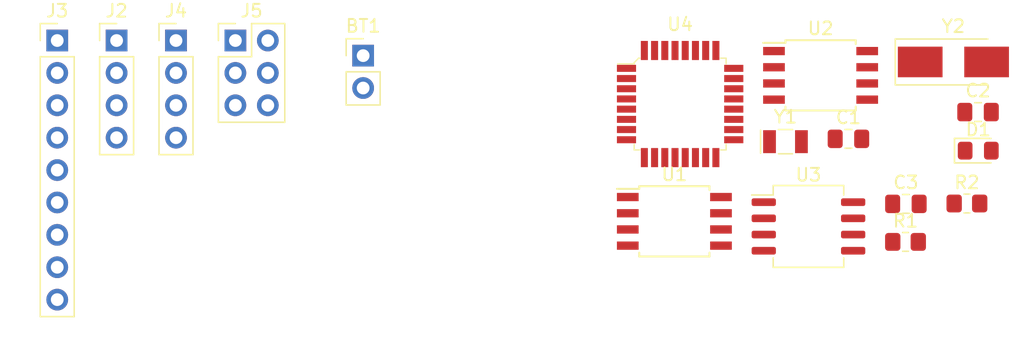
<source format=kicad_pcb>
(kicad_pcb (version 20171130) (host pcbnew "(5.1.10-1-10_14)")

  (general
    (thickness 1.6)
    (drawings 0)
    (tracks 0)
    (zones 0)
    (modules 17)
    (nets 32)
  )

  (page A4)
  (title_block
    (title BACEE)
    (date 2021-11-29)
  )

  (layers
    (0 F.Cu signal)
    (31 B.Cu signal)
    (32 B.Adhes user)
    (33 F.Adhes user)
    (34 B.Paste user)
    (35 F.Paste user)
    (36 B.SilkS user)
    (37 F.SilkS user)
    (38 B.Mask user)
    (39 F.Mask user)
    (40 Dwgs.User user)
    (41 Cmts.User user)
    (42 Eco1.User user)
    (43 Eco2.User user)
    (44 Edge.Cuts user)
    (45 Margin user)
    (46 B.CrtYd user)
    (47 F.CrtYd user)
    (48 B.Fab user)
    (49 F.Fab user)
  )

  (setup
    (last_trace_width 0.25)
    (trace_clearance 0.2)
    (zone_clearance 0.508)
    (zone_45_only no)
    (trace_min 0.2)
    (via_size 0.8)
    (via_drill 0.4)
    (via_min_size 0.4)
    (via_min_drill 0.3)
    (uvia_size 0.3)
    (uvia_drill 0.1)
    (uvias_allowed no)
    (uvia_min_size 0.2)
    (uvia_min_drill 0.1)
    (edge_width 0.05)
    (segment_width 0.2)
    (pcb_text_width 0.3)
    (pcb_text_size 1.5 1.5)
    (mod_edge_width 0.12)
    (mod_text_size 1 1)
    (mod_text_width 0.15)
    (pad_size 1.524 1.524)
    (pad_drill 0.762)
    (pad_to_mask_clearance 0)
    (aux_axis_origin 0 0)
    (visible_elements FFFFFF7F)
    (pcbplotparams
      (layerselection 0x010fc_ffffffff)
      (usegerberextensions false)
      (usegerberattributes true)
      (usegerberadvancedattributes true)
      (creategerberjobfile true)
      (excludeedgelayer true)
      (linewidth 0.100000)
      (plotframeref false)
      (viasonmask false)
      (mode 1)
      (useauxorigin false)
      (hpglpennumber 1)
      (hpglpenspeed 20)
      (hpglpendiameter 15.000000)
      (psnegative false)
      (psa4output false)
      (plotreference true)
      (plotvalue true)
      (plotinvisibletext false)
      (padsonsilk false)
      (subtractmaskfromsilk false)
      (outputformat 1)
      (mirror false)
      (drillshape 1)
      (scaleselection 1)
      (outputdirectory ""))
  )

  (net 0 "")
  (net 1 /Vcc)
  (net 2 GNDPWR)
  (net 3 "Net-(C1-Pad1)")
  (net 4 "Net-(C2-Pad1)")
  (net 5 "Net-(D1-Pad1)")
  (net 6 /SCK)
  (net 7 /SDA)
  (net 8 /D2)
  (net 9 /D3)
  (net 10 /D4)
  (net 11 /D5)
  (net 12 /D6)
  (net 13 /D7)
  (net 14 /D8)
  (net 15 /RX)
  (net 16 /TX)
  (net 17 /MISO)
  (net 18 /MOSI)
  (net 19 /RESET)
  (net 20 /SCL)
  (net 21 "Net-(U3-Pad1)")
  (net 22 "Net-(U3-Pad2)")
  (net 23 "Net-(U3-Pad7)")
  (net 24 "Net-(U4-Pad13)")
  (net 25 "Net-(U4-Pad14)")
  (net 26 "Net-(U4-Pad19)")
  (net 27 "Net-(U4-Pad22)")
  (net 28 /ADDS1)
  (net 29 /ADDS2)
  (net 30 "Net-(U4-Pad25)")
  (net 31 "Net-(U4-Pad26)")

  (net_class Default "This is the default net class."
    (clearance 0.2)
    (trace_width 0.25)
    (via_dia 0.8)
    (via_drill 0.4)
    (uvia_dia 0.3)
    (uvia_drill 0.1)
    (add_net /ADDS1)
    (add_net /ADDS2)
    (add_net /D2)
    (add_net /D3)
    (add_net /D4)
    (add_net /D5)
    (add_net /D6)
    (add_net /D7)
    (add_net /D8)
    (add_net /MISO)
    (add_net /MOSI)
    (add_net /RESET)
    (add_net /RX)
    (add_net /SCK)
    (add_net /SCL)
    (add_net /SDA)
    (add_net /TX)
    (add_net "Net-(C1-Pad1)")
    (add_net "Net-(C2-Pad1)")
    (add_net "Net-(D1-Pad1)")
    (add_net "Net-(U3-Pad1)")
    (add_net "Net-(U3-Pad2)")
    (add_net "Net-(U3-Pad7)")
    (add_net "Net-(U4-Pad13)")
    (add_net "Net-(U4-Pad14)")
    (add_net "Net-(U4-Pad19)")
    (add_net "Net-(U4-Pad22)")
    (add_net "Net-(U4-Pad25)")
    (add_net "Net-(U4-Pad26)")
  )

  (net_class Power ""
    (clearance 0.2)
    (trace_width 0.3)
    (via_dia 1)
    (via_drill 0.6)
    (uvia_dia 0.3)
    (uvia_drill 0.1)
    (add_net /Vcc)
    (add_net GNDPWR)
  )

  (module Connector_PinHeader_2.54mm:PinHeader_1x02_P2.54mm_Vertical (layer F.Cu) (tedit 59FED5CC) (tstamp 61A5758F)
    (at 155.6131 50.4952)
    (descr "Through hole straight pin header, 1x02, 2.54mm pitch, single row")
    (tags "Through hole pin header THT 1x02 2.54mm single row")
    (path /61A18C0A)
    (fp_text reference BT1 (at 0 -2.33) (layer F.SilkS)
      (effects (font (size 1 1) (thickness 0.15)))
    )
    (fp_text value "Battery 3V" (at 0 4.87) (layer F.Fab)
      (effects (font (size 1 1) (thickness 0.15)))
    )
    (fp_line (start 1.8 -1.8) (end -1.8 -1.8) (layer F.CrtYd) (width 0.05))
    (fp_line (start 1.8 4.35) (end 1.8 -1.8) (layer F.CrtYd) (width 0.05))
    (fp_line (start -1.8 4.35) (end 1.8 4.35) (layer F.CrtYd) (width 0.05))
    (fp_line (start -1.8 -1.8) (end -1.8 4.35) (layer F.CrtYd) (width 0.05))
    (fp_line (start -1.33 -1.33) (end 0 -1.33) (layer F.SilkS) (width 0.12))
    (fp_line (start -1.33 0) (end -1.33 -1.33) (layer F.SilkS) (width 0.12))
    (fp_line (start -1.33 1.27) (end 1.33 1.27) (layer F.SilkS) (width 0.12))
    (fp_line (start 1.33 1.27) (end 1.33 3.87) (layer F.SilkS) (width 0.12))
    (fp_line (start -1.33 1.27) (end -1.33 3.87) (layer F.SilkS) (width 0.12))
    (fp_line (start -1.33 3.87) (end 1.33 3.87) (layer F.SilkS) (width 0.12))
    (fp_line (start -1.27 -0.635) (end -0.635 -1.27) (layer F.Fab) (width 0.1))
    (fp_line (start -1.27 3.81) (end -1.27 -0.635) (layer F.Fab) (width 0.1))
    (fp_line (start 1.27 3.81) (end -1.27 3.81) (layer F.Fab) (width 0.1))
    (fp_line (start 1.27 -1.27) (end 1.27 3.81) (layer F.Fab) (width 0.1))
    (fp_line (start -0.635 -1.27) (end 1.27 -1.27) (layer F.Fab) (width 0.1))
    (fp_text user %R (at 0 1.27 90) (layer F.Fab)
      (effects (font (size 1 1) (thickness 0.15)))
    )
    (pad 1 thru_hole rect (at 0 0) (size 1.7 1.7) (drill 1) (layers *.Cu *.Mask)
      (net 1 /Vcc))
    (pad 2 thru_hole oval (at 0 2.54) (size 1.7 1.7) (drill 1) (layers *.Cu *.Mask)
      (net 2 GNDPWR))
    (model ${KISYS3DMOD}/Connector_PinHeader_2.54mm.3dshapes/PinHeader_1x02_P2.54mm_Vertical.wrl
      (at (xyz 0 0 0))
      (scale (xyz 1 1 1))
      (rotate (xyz 0 0 0))
    )
  )

  (module Capacitor_SMD:C_0805_2012Metric_Pad1.18x1.45mm_HandSolder (layer F.Cu) (tedit 5F68FEEF) (tstamp 61A575A0)
    (at 193.614201 57.021401)
    (descr "Capacitor SMD 0805 (2012 Metric), square (rectangular) end terminal, IPC_7351 nominal with elongated pad for handsoldering. (Body size source: IPC-SM-782 page 76, https://www.pcb-3d.com/wordpress/wp-content/uploads/ipc-sm-782a_amendment_1_and_2.pdf, https://docs.google.com/spreadsheets/d/1BsfQQcO9C6DZCsRaXUlFlo91Tg2WpOkGARC1WS5S8t0/edit?usp=sharing), generated with kicad-footprint-generator")
    (tags "capacitor handsolder")
    (path /61A19A4D)
    (attr smd)
    (fp_text reference C1 (at 0 -1.68) (layer F.SilkS)
      (effects (font (size 1 1) (thickness 0.15)))
    )
    (fp_text value 22pF (at 0 1.68) (layer F.Fab)
      (effects (font (size 1 1) (thickness 0.15)))
    )
    (fp_line (start 1.88 0.98) (end -1.88 0.98) (layer F.CrtYd) (width 0.05))
    (fp_line (start 1.88 -0.98) (end 1.88 0.98) (layer F.CrtYd) (width 0.05))
    (fp_line (start -1.88 -0.98) (end 1.88 -0.98) (layer F.CrtYd) (width 0.05))
    (fp_line (start -1.88 0.98) (end -1.88 -0.98) (layer F.CrtYd) (width 0.05))
    (fp_line (start -0.261252 0.735) (end 0.261252 0.735) (layer F.SilkS) (width 0.12))
    (fp_line (start -0.261252 -0.735) (end 0.261252 -0.735) (layer F.SilkS) (width 0.12))
    (fp_line (start 1 0.625) (end -1 0.625) (layer F.Fab) (width 0.1))
    (fp_line (start 1 -0.625) (end 1 0.625) (layer F.Fab) (width 0.1))
    (fp_line (start -1 -0.625) (end 1 -0.625) (layer F.Fab) (width 0.1))
    (fp_line (start -1 0.625) (end -1 -0.625) (layer F.Fab) (width 0.1))
    (fp_text user %R (at 0 0) (layer F.Fab)
      (effects (font (size 0.5 0.5) (thickness 0.08)))
    )
    (pad 1 smd roundrect (at -1.0375 0) (size 1.175 1.45) (layers F.Cu F.Paste F.Mask) (roundrect_rratio 0.212766)
      (net 3 "Net-(C1-Pad1)"))
    (pad 2 smd roundrect (at 1.0375 0) (size 1.175 1.45) (layers F.Cu F.Paste F.Mask) (roundrect_rratio 0.212766)
      (net 2 GNDPWR))
    (model ${KISYS3DMOD}/Capacitor_SMD.3dshapes/C_0805_2012Metric.wrl
      (at (xyz 0 0 0))
      (scale (xyz 1 1 1))
      (rotate (xyz 0 0 0))
    )
  )

  (module Capacitor_SMD:C_0805_2012Metric_Pad1.18x1.45mm_HandSolder (layer F.Cu) (tedit 5F68FEEF) (tstamp 61A575B1)
    (at 203.764201 54.921401)
    (descr "Capacitor SMD 0805 (2012 Metric), square (rectangular) end terminal, IPC_7351 nominal with elongated pad for handsoldering. (Body size source: IPC-SM-782 page 76, https://www.pcb-3d.com/wordpress/wp-content/uploads/ipc-sm-782a_amendment_1_and_2.pdf, https://docs.google.com/spreadsheets/d/1BsfQQcO9C6DZCsRaXUlFlo91Tg2WpOkGARC1WS5S8t0/edit?usp=sharing), generated with kicad-footprint-generator")
    (tags "capacitor handsolder")
    (path /61A1A1BD)
    (attr smd)
    (fp_text reference C2 (at 0 -1.68) (layer F.SilkS)
      (effects (font (size 1 1) (thickness 0.15)))
    )
    (fp_text value 22pF (at 0 1.68) (layer F.Fab)
      (effects (font (size 1 1) (thickness 0.15)))
    )
    (fp_text user %R (at 0 0) (layer F.Fab)
      (effects (font (size 0.5 0.5) (thickness 0.08)))
    )
    (fp_line (start -1 0.625) (end -1 -0.625) (layer F.Fab) (width 0.1))
    (fp_line (start -1 -0.625) (end 1 -0.625) (layer F.Fab) (width 0.1))
    (fp_line (start 1 -0.625) (end 1 0.625) (layer F.Fab) (width 0.1))
    (fp_line (start 1 0.625) (end -1 0.625) (layer F.Fab) (width 0.1))
    (fp_line (start -0.261252 -0.735) (end 0.261252 -0.735) (layer F.SilkS) (width 0.12))
    (fp_line (start -0.261252 0.735) (end 0.261252 0.735) (layer F.SilkS) (width 0.12))
    (fp_line (start -1.88 0.98) (end -1.88 -0.98) (layer F.CrtYd) (width 0.05))
    (fp_line (start -1.88 -0.98) (end 1.88 -0.98) (layer F.CrtYd) (width 0.05))
    (fp_line (start 1.88 -0.98) (end 1.88 0.98) (layer F.CrtYd) (width 0.05))
    (fp_line (start 1.88 0.98) (end -1.88 0.98) (layer F.CrtYd) (width 0.05))
    (pad 2 smd roundrect (at 1.0375 0) (size 1.175 1.45) (layers F.Cu F.Paste F.Mask) (roundrect_rratio 0.212766)
      (net 2 GNDPWR))
    (pad 1 smd roundrect (at -1.0375 0) (size 1.175 1.45) (layers F.Cu F.Paste F.Mask) (roundrect_rratio 0.212766)
      (net 4 "Net-(C2-Pad1)"))
    (model ${KISYS3DMOD}/Capacitor_SMD.3dshapes/C_0805_2012Metric.wrl
      (at (xyz 0 0 0))
      (scale (xyz 1 1 1))
      (rotate (xyz 0 0 0))
    )
  )

  (module Capacitor_SMD:C_0805_2012Metric_Pad1.18x1.45mm_HandSolder (layer F.Cu) (tedit 5F68FEEF) (tstamp 61A575C2)
    (at 198.114201 62.121401)
    (descr "Capacitor SMD 0805 (2012 Metric), square (rectangular) end terminal, IPC_7351 nominal with elongated pad for handsoldering. (Body size source: IPC-SM-782 page 76, https://www.pcb-3d.com/wordpress/wp-content/uploads/ipc-sm-782a_amendment_1_and_2.pdf, https://docs.google.com/spreadsheets/d/1BsfQQcO9C6DZCsRaXUlFlo91Tg2WpOkGARC1WS5S8t0/edit?usp=sharing), generated with kicad-footprint-generator")
    (tags "capacitor handsolder")
    (path /61A1ACBD)
    (attr smd)
    (fp_text reference C3 (at 0 -1.68) (layer F.SilkS)
      (effects (font (size 1 1) (thickness 0.15)))
    )
    (fp_text value 10uF (at 0 1.68) (layer F.Fab)
      (effects (font (size 1 1) (thickness 0.15)))
    )
    (fp_line (start 1.88 0.98) (end -1.88 0.98) (layer F.CrtYd) (width 0.05))
    (fp_line (start 1.88 -0.98) (end 1.88 0.98) (layer F.CrtYd) (width 0.05))
    (fp_line (start -1.88 -0.98) (end 1.88 -0.98) (layer F.CrtYd) (width 0.05))
    (fp_line (start -1.88 0.98) (end -1.88 -0.98) (layer F.CrtYd) (width 0.05))
    (fp_line (start -0.261252 0.735) (end 0.261252 0.735) (layer F.SilkS) (width 0.12))
    (fp_line (start -0.261252 -0.735) (end 0.261252 -0.735) (layer F.SilkS) (width 0.12))
    (fp_line (start 1 0.625) (end -1 0.625) (layer F.Fab) (width 0.1))
    (fp_line (start 1 -0.625) (end 1 0.625) (layer F.Fab) (width 0.1))
    (fp_line (start -1 -0.625) (end 1 -0.625) (layer F.Fab) (width 0.1))
    (fp_line (start -1 0.625) (end -1 -0.625) (layer F.Fab) (width 0.1))
    (fp_text user %R (at 0 0) (layer F.Fab)
      (effects (font (size 0.5 0.5) (thickness 0.08)))
    )
    (pad 1 smd roundrect (at -1.0375 0) (size 1.175 1.45) (layers F.Cu F.Paste F.Mask) (roundrect_rratio 0.212766)
      (net 1 /Vcc))
    (pad 2 smd roundrect (at 1.0375 0) (size 1.175 1.45) (layers F.Cu F.Paste F.Mask) (roundrect_rratio 0.212766)
      (net 2 GNDPWR))
    (model ${KISYS3DMOD}/Capacitor_SMD.3dshapes/C_0805_2012Metric.wrl
      (at (xyz 0 0 0))
      (scale (xyz 1 1 1))
      (rotate (xyz 0 0 0))
    )
  )

  (module LED_SMD:LED_0805_2012Metric_Pad1.15x1.40mm_HandSolder (layer F.Cu) (tedit 5F68FEF1) (tstamp 61A575D5)
    (at 203.779201 57.946401)
    (descr "LED SMD 0805 (2012 Metric), square (rectangular) end terminal, IPC_7351 nominal, (Body size source: https://docs.google.com/spreadsheets/d/1BsfQQcO9C6DZCsRaXUlFlo91Tg2WpOkGARC1WS5S8t0/edit?usp=sharing), generated with kicad-footprint-generator")
    (tags "LED handsolder")
    (path /61A1B764)
    (attr smd)
    (fp_text reference D1 (at 0 -1.65) (layer F.SilkS)
      (effects (font (size 1 1) (thickness 0.15)))
    )
    (fp_text value LED (at 0 1.65) (layer F.Fab)
      (effects (font (size 1 1) (thickness 0.15)))
    )
    (fp_line (start 1.85 0.95) (end -1.85 0.95) (layer F.CrtYd) (width 0.05))
    (fp_line (start 1.85 -0.95) (end 1.85 0.95) (layer F.CrtYd) (width 0.05))
    (fp_line (start -1.85 -0.95) (end 1.85 -0.95) (layer F.CrtYd) (width 0.05))
    (fp_line (start -1.85 0.95) (end -1.85 -0.95) (layer F.CrtYd) (width 0.05))
    (fp_line (start -1.86 0.96) (end 1 0.96) (layer F.SilkS) (width 0.12))
    (fp_line (start -1.86 -0.96) (end -1.86 0.96) (layer F.SilkS) (width 0.12))
    (fp_line (start 1 -0.96) (end -1.86 -0.96) (layer F.SilkS) (width 0.12))
    (fp_line (start 1 0.6) (end 1 -0.6) (layer F.Fab) (width 0.1))
    (fp_line (start -1 0.6) (end 1 0.6) (layer F.Fab) (width 0.1))
    (fp_line (start -1 -0.3) (end -1 0.6) (layer F.Fab) (width 0.1))
    (fp_line (start -0.7 -0.6) (end -1 -0.3) (layer F.Fab) (width 0.1))
    (fp_line (start 1 -0.6) (end -0.7 -0.6) (layer F.Fab) (width 0.1))
    (fp_text user %R (at 0 0) (layer F.Fab)
      (effects (font (size 0.5 0.5) (thickness 0.08)))
    )
    (pad 1 smd roundrect (at -1.025 0) (size 1.15 1.4) (layers F.Cu F.Paste F.Mask) (roundrect_rratio 0.217391)
      (net 5 "Net-(D1-Pad1)"))
    (pad 2 smd roundrect (at 1.025 0) (size 1.15 1.4) (layers F.Cu F.Paste F.Mask) (roundrect_rratio 0.217391)
      (net 6 /SCK))
    (model ${KISYS3DMOD}/LED_SMD.3dshapes/LED_0805_2012Metric.wrl
      (at (xyz 0 0 0))
      (scale (xyz 1 1 1))
      (rotate (xyz 0 0 0))
    )
  )

  (module Connector_PinHeader_2.54mm:PinHeader_1x04_P2.54mm_Vertical (layer F.Cu) (tedit 59FED5CC) (tstamp 61A575ED)
    (at 136.307101 49.310301)
    (descr "Through hole straight pin header, 1x04, 2.54mm pitch, single row")
    (tags "Through hole pin header THT 1x04 2.54mm single row")
    (path /61A1FED7/61A23FFF)
    (fp_text reference J2 (at 0 -2.33) (layer F.SilkS)
      (effects (font (size 1 1) (thickness 0.15)))
    )
    (fp_text value I2C (at 0 9.95) (layer F.Fab)
      (effects (font (size 1 1) (thickness 0.15)))
    )
    (fp_text user %R (at 0 3.81 90) (layer F.Fab)
      (effects (font (size 1 1) (thickness 0.15)))
    )
    (fp_line (start -0.635 -1.27) (end 1.27 -1.27) (layer F.Fab) (width 0.1))
    (fp_line (start 1.27 -1.27) (end 1.27 8.89) (layer F.Fab) (width 0.1))
    (fp_line (start 1.27 8.89) (end -1.27 8.89) (layer F.Fab) (width 0.1))
    (fp_line (start -1.27 8.89) (end -1.27 -0.635) (layer F.Fab) (width 0.1))
    (fp_line (start -1.27 -0.635) (end -0.635 -1.27) (layer F.Fab) (width 0.1))
    (fp_line (start -1.33 8.95) (end 1.33 8.95) (layer F.SilkS) (width 0.12))
    (fp_line (start -1.33 1.27) (end -1.33 8.95) (layer F.SilkS) (width 0.12))
    (fp_line (start 1.33 1.27) (end 1.33 8.95) (layer F.SilkS) (width 0.12))
    (fp_line (start -1.33 1.27) (end 1.33 1.27) (layer F.SilkS) (width 0.12))
    (fp_line (start -1.33 0) (end -1.33 -1.33) (layer F.SilkS) (width 0.12))
    (fp_line (start -1.33 -1.33) (end 0 -1.33) (layer F.SilkS) (width 0.12))
    (fp_line (start -1.8 -1.8) (end -1.8 9.4) (layer F.CrtYd) (width 0.05))
    (fp_line (start -1.8 9.4) (end 1.8 9.4) (layer F.CrtYd) (width 0.05))
    (fp_line (start 1.8 9.4) (end 1.8 -1.8) (layer F.CrtYd) (width 0.05))
    (fp_line (start 1.8 -1.8) (end -1.8 -1.8) (layer F.CrtYd) (width 0.05))
    (pad 4 thru_hole oval (at 0 7.62) (size 1.7 1.7) (drill 1) (layers *.Cu *.Mask)
      (net 6 /SCK))
    (pad 3 thru_hole oval (at 0 5.08) (size 1.7 1.7) (drill 1) (layers *.Cu *.Mask)
      (net 7 /SDA))
    (pad 2 thru_hole oval (at 0 2.54) (size 1.7 1.7) (drill 1) (layers *.Cu *.Mask)
      (net 1 /Vcc))
    (pad 1 thru_hole rect (at 0 0) (size 1.7 1.7) (drill 1) (layers *.Cu *.Mask)
      (net 2 GNDPWR))
    (model ${KISYS3DMOD}/Connector_PinHeader_2.54mm.3dshapes/PinHeader_1x04_P2.54mm_Vertical.wrl
      (at (xyz 0 0 0))
      (scale (xyz 1 1 1))
      (rotate (xyz 0 0 0))
    )
  )

  (module Connector_PinHeader_2.54mm:PinHeader_1x09_P2.54mm_Vertical (layer F.Cu) (tedit 59FED5CC) (tstamp 61A5760A)
    (at 131.657101 49.310301)
    (descr "Through hole straight pin header, 1x09, 2.54mm pitch, single row")
    (tags "Through hole pin header THT 1x09 2.54mm single row")
    (path /61A1FED7/61A22078)
    (fp_text reference J3 (at 0 -2.33) (layer F.SilkS)
      (effects (font (size 1 1) (thickness 0.15)))
    )
    (fp_text value "Digital pins" (at 0 22.65) (layer F.Fab)
      (effects (font (size 1 1) (thickness 0.15)))
    )
    (fp_line (start 1.8 -1.8) (end -1.8 -1.8) (layer F.CrtYd) (width 0.05))
    (fp_line (start 1.8 22.1) (end 1.8 -1.8) (layer F.CrtYd) (width 0.05))
    (fp_line (start -1.8 22.1) (end 1.8 22.1) (layer F.CrtYd) (width 0.05))
    (fp_line (start -1.8 -1.8) (end -1.8 22.1) (layer F.CrtYd) (width 0.05))
    (fp_line (start -1.33 -1.33) (end 0 -1.33) (layer F.SilkS) (width 0.12))
    (fp_line (start -1.33 0) (end -1.33 -1.33) (layer F.SilkS) (width 0.12))
    (fp_line (start -1.33 1.27) (end 1.33 1.27) (layer F.SilkS) (width 0.12))
    (fp_line (start 1.33 1.27) (end 1.33 21.65) (layer F.SilkS) (width 0.12))
    (fp_line (start -1.33 1.27) (end -1.33 21.65) (layer F.SilkS) (width 0.12))
    (fp_line (start -1.33 21.65) (end 1.33 21.65) (layer F.SilkS) (width 0.12))
    (fp_line (start -1.27 -0.635) (end -0.635 -1.27) (layer F.Fab) (width 0.1))
    (fp_line (start -1.27 21.59) (end -1.27 -0.635) (layer F.Fab) (width 0.1))
    (fp_line (start 1.27 21.59) (end -1.27 21.59) (layer F.Fab) (width 0.1))
    (fp_line (start 1.27 -1.27) (end 1.27 21.59) (layer F.Fab) (width 0.1))
    (fp_line (start -0.635 -1.27) (end 1.27 -1.27) (layer F.Fab) (width 0.1))
    (fp_text user %R (at 0 10.16 90) (layer F.Fab)
      (effects (font (size 1 1) (thickness 0.15)))
    )
    (pad 1 thru_hole rect (at 0 0) (size 1.7 1.7) (drill 1) (layers *.Cu *.Mask)
      (net 8 /D2))
    (pad 2 thru_hole oval (at 0 2.54) (size 1.7 1.7) (drill 1) (layers *.Cu *.Mask)
      (net 9 /D3))
    (pad 3 thru_hole oval (at 0 5.08) (size 1.7 1.7) (drill 1) (layers *.Cu *.Mask)
      (net 10 /D4))
    (pad 4 thru_hole oval (at 0 7.62) (size 1.7 1.7) (drill 1) (layers *.Cu *.Mask)
      (net 11 /D5))
    (pad 5 thru_hole oval (at 0 10.16) (size 1.7 1.7) (drill 1) (layers *.Cu *.Mask)
      (net 12 /D6))
    (pad 6 thru_hole oval (at 0 12.7) (size 1.7 1.7) (drill 1) (layers *.Cu *.Mask)
      (net 13 /D7))
    (pad 7 thru_hole oval (at 0 15.24) (size 1.7 1.7) (drill 1) (layers *.Cu *.Mask)
      (net 14 /D8))
    (pad 8 thru_hole oval (at 0 17.78) (size 1.7 1.7) (drill 1) (layers *.Cu *.Mask)
      (net 2 GNDPWR))
    (pad 9 thru_hole oval (at 0 20.32) (size 1.7 1.7) (drill 1) (layers *.Cu *.Mask)
      (net 1 /Vcc))
    (model ${KISYS3DMOD}/Connector_PinHeader_2.54mm.3dshapes/PinHeader_1x09_P2.54mm_Vertical.wrl
      (at (xyz 0 0 0))
      (scale (xyz 1 1 1))
      (rotate (xyz 0 0 0))
    )
  )

  (module Connector_PinHeader_2.54mm:PinHeader_1x04_P2.54mm_Vertical (layer F.Cu) (tedit 59FED5CC) (tstamp 61A57622)
    (at 140.957101 49.310301)
    (descr "Through hole straight pin header, 1x04, 2.54mm pitch, single row")
    (tags "Through hole pin header THT 1x04 2.54mm single row")
    (path /61A1FED7/61A23633)
    (fp_text reference J4 (at 0 -2.33) (layer F.SilkS)
      (effects (font (size 1 1) (thickness 0.15)))
    )
    (fp_text value Serial (at 0 9.95) (layer F.Fab)
      (effects (font (size 1 1) (thickness 0.15)))
    )
    (fp_line (start 1.8 -1.8) (end -1.8 -1.8) (layer F.CrtYd) (width 0.05))
    (fp_line (start 1.8 9.4) (end 1.8 -1.8) (layer F.CrtYd) (width 0.05))
    (fp_line (start -1.8 9.4) (end 1.8 9.4) (layer F.CrtYd) (width 0.05))
    (fp_line (start -1.8 -1.8) (end -1.8 9.4) (layer F.CrtYd) (width 0.05))
    (fp_line (start -1.33 -1.33) (end 0 -1.33) (layer F.SilkS) (width 0.12))
    (fp_line (start -1.33 0) (end -1.33 -1.33) (layer F.SilkS) (width 0.12))
    (fp_line (start -1.33 1.27) (end 1.33 1.27) (layer F.SilkS) (width 0.12))
    (fp_line (start 1.33 1.27) (end 1.33 8.95) (layer F.SilkS) (width 0.12))
    (fp_line (start -1.33 1.27) (end -1.33 8.95) (layer F.SilkS) (width 0.12))
    (fp_line (start -1.33 8.95) (end 1.33 8.95) (layer F.SilkS) (width 0.12))
    (fp_line (start -1.27 -0.635) (end -0.635 -1.27) (layer F.Fab) (width 0.1))
    (fp_line (start -1.27 8.89) (end -1.27 -0.635) (layer F.Fab) (width 0.1))
    (fp_line (start 1.27 8.89) (end -1.27 8.89) (layer F.Fab) (width 0.1))
    (fp_line (start 1.27 -1.27) (end 1.27 8.89) (layer F.Fab) (width 0.1))
    (fp_line (start -0.635 -1.27) (end 1.27 -1.27) (layer F.Fab) (width 0.1))
    (fp_text user %R (at 0 3.81 90) (layer F.Fab)
      (effects (font (size 1 1) (thickness 0.15)))
    )
    (pad 1 thru_hole rect (at 0 0) (size 1.7 1.7) (drill 1) (layers *.Cu *.Mask)
      (net 2 GNDPWR))
    (pad 2 thru_hole oval (at 0 2.54) (size 1.7 1.7) (drill 1) (layers *.Cu *.Mask)
      (net 1 /Vcc))
    (pad 3 thru_hole oval (at 0 5.08) (size 1.7 1.7) (drill 1) (layers *.Cu *.Mask)
      (net 15 /RX))
    (pad 4 thru_hole oval (at 0 7.62) (size 1.7 1.7) (drill 1) (layers *.Cu *.Mask)
      (net 16 /TX))
    (model ${KISYS3DMOD}/Connector_PinHeader_2.54mm.3dshapes/PinHeader_1x04_P2.54mm_Vertical.wrl
      (at (xyz 0 0 0))
      (scale (xyz 1 1 1))
      (rotate (xyz 0 0 0))
    )
  )

  (module Connector_PinHeader_2.54mm:PinHeader_2x03_P2.54mm_Vertical (layer F.Cu) (tedit 59FED5CC) (tstamp 61A5763E)
    (at 145.607101 49.310301)
    (descr "Through hole straight pin header, 2x03, 2.54mm pitch, double rows")
    (tags "Through hole pin header THT 2x03 2.54mm double row")
    (path /61A1FED7/61A24AF0)
    (fp_text reference J5 (at 1.27 -2.33) (layer F.SilkS)
      (effects (font (size 1 1) (thickness 0.15)))
    )
    (fp_text value ICSP (at 1.27 7.41) (layer F.Fab)
      (effects (font (size 1 1) (thickness 0.15)))
    )
    (fp_line (start 4.35 -1.8) (end -1.8 -1.8) (layer F.CrtYd) (width 0.05))
    (fp_line (start 4.35 6.85) (end 4.35 -1.8) (layer F.CrtYd) (width 0.05))
    (fp_line (start -1.8 6.85) (end 4.35 6.85) (layer F.CrtYd) (width 0.05))
    (fp_line (start -1.8 -1.8) (end -1.8 6.85) (layer F.CrtYd) (width 0.05))
    (fp_line (start -1.33 -1.33) (end 0 -1.33) (layer F.SilkS) (width 0.12))
    (fp_line (start -1.33 0) (end -1.33 -1.33) (layer F.SilkS) (width 0.12))
    (fp_line (start 1.27 -1.33) (end 3.87 -1.33) (layer F.SilkS) (width 0.12))
    (fp_line (start 1.27 1.27) (end 1.27 -1.33) (layer F.SilkS) (width 0.12))
    (fp_line (start -1.33 1.27) (end 1.27 1.27) (layer F.SilkS) (width 0.12))
    (fp_line (start 3.87 -1.33) (end 3.87 6.41) (layer F.SilkS) (width 0.12))
    (fp_line (start -1.33 1.27) (end -1.33 6.41) (layer F.SilkS) (width 0.12))
    (fp_line (start -1.33 6.41) (end 3.87 6.41) (layer F.SilkS) (width 0.12))
    (fp_line (start -1.27 0) (end 0 -1.27) (layer F.Fab) (width 0.1))
    (fp_line (start -1.27 6.35) (end -1.27 0) (layer F.Fab) (width 0.1))
    (fp_line (start 3.81 6.35) (end -1.27 6.35) (layer F.Fab) (width 0.1))
    (fp_line (start 3.81 -1.27) (end 3.81 6.35) (layer F.Fab) (width 0.1))
    (fp_line (start 0 -1.27) (end 3.81 -1.27) (layer F.Fab) (width 0.1))
    (fp_text user %R (at 1.27 2.54 90) (layer F.Fab)
      (effects (font (size 1 1) (thickness 0.15)))
    )
    (pad 1 thru_hole rect (at 0 0) (size 1.7 1.7) (drill 1) (layers *.Cu *.Mask)
      (net 17 /MISO))
    (pad 2 thru_hole oval (at 2.54 0) (size 1.7 1.7) (drill 1) (layers *.Cu *.Mask)
      (net 1 /Vcc))
    (pad 3 thru_hole oval (at 0 2.54) (size 1.7 1.7) (drill 1) (layers *.Cu *.Mask)
      (net 6 /SCK))
    (pad 4 thru_hole oval (at 2.54 2.54) (size 1.7 1.7) (drill 1) (layers *.Cu *.Mask)
      (net 18 /MOSI))
    (pad 5 thru_hole oval (at 0 5.08) (size 1.7 1.7) (drill 1) (layers *.Cu *.Mask)
      (net 19 /RESET))
    (pad 6 thru_hole oval (at 2.54 5.08) (size 1.7 1.7) (drill 1) (layers *.Cu *.Mask)
      (net 2 GNDPWR))
    (model ${KISYS3DMOD}/Connector_PinHeader_2.54mm.3dshapes/PinHeader_2x03_P2.54mm_Vertical.wrl
      (at (xyz 0 0 0))
      (scale (xyz 1 1 1))
      (rotate (xyz 0 0 0))
    )
  )

  (module Resistor_SMD:R_0805_2012Metric_Pad1.20x1.40mm_HandSolder (layer F.Cu) (tedit 5F68FEEE) (tstamp 61A5764F)
    (at 198.084201 65.101401)
    (descr "Resistor SMD 0805 (2012 Metric), square (rectangular) end terminal, IPC_7351 nominal with elongated pad for handsoldering. (Body size source: IPC-SM-782 page 72, https://www.pcb-3d.com/wordpress/wp-content/uploads/ipc-sm-782a_amendment_1_and_2.pdf), generated with kicad-footprint-generator")
    (tags "resistor handsolder")
    (path /61A1BA7E)
    (attr smd)
    (fp_text reference R1 (at 0 -1.65) (layer F.SilkS)
      (effects (font (size 1 1) (thickness 0.15)))
    )
    (fp_text value 330ohm (at 0 1.65) (layer F.Fab)
      (effects (font (size 1 1) (thickness 0.15)))
    )
    (fp_line (start 1.85 0.95) (end -1.85 0.95) (layer F.CrtYd) (width 0.05))
    (fp_line (start 1.85 -0.95) (end 1.85 0.95) (layer F.CrtYd) (width 0.05))
    (fp_line (start -1.85 -0.95) (end 1.85 -0.95) (layer F.CrtYd) (width 0.05))
    (fp_line (start -1.85 0.95) (end -1.85 -0.95) (layer F.CrtYd) (width 0.05))
    (fp_line (start -0.227064 0.735) (end 0.227064 0.735) (layer F.SilkS) (width 0.12))
    (fp_line (start -0.227064 -0.735) (end 0.227064 -0.735) (layer F.SilkS) (width 0.12))
    (fp_line (start 1 0.625) (end -1 0.625) (layer F.Fab) (width 0.1))
    (fp_line (start 1 -0.625) (end 1 0.625) (layer F.Fab) (width 0.1))
    (fp_line (start -1 -0.625) (end 1 -0.625) (layer F.Fab) (width 0.1))
    (fp_line (start -1 0.625) (end -1 -0.625) (layer F.Fab) (width 0.1))
    (fp_text user %R (at 0 0) (layer F.Fab)
      (effects (font (size 0.5 0.5) (thickness 0.08)))
    )
    (pad 1 smd roundrect (at -1 0) (size 1.2 1.4) (layers F.Cu F.Paste F.Mask) (roundrect_rratio 0.208333)
      (net 5 "Net-(D1-Pad1)"))
    (pad 2 smd roundrect (at 1 0) (size 1.2 1.4) (layers F.Cu F.Paste F.Mask) (roundrect_rratio 0.208333)
      (net 2 GNDPWR))
    (model ${KISYS3DMOD}/Resistor_SMD.3dshapes/R_0805_2012Metric.wrl
      (at (xyz 0 0 0))
      (scale (xyz 1 1 1))
      (rotate (xyz 0 0 0))
    )
  )

  (module Resistor_SMD:R_0805_2012Metric_Pad1.20x1.40mm_HandSolder (layer F.Cu) (tedit 5F68FEEE) (tstamp 61A57660)
    (at 202.894201 62.091401)
    (descr "Resistor SMD 0805 (2012 Metric), square (rectangular) end terminal, IPC_7351 nominal with elongated pad for handsoldering. (Body size source: IPC-SM-782 page 72, https://www.pcb-3d.com/wordpress/wp-content/uploads/ipc-sm-782a_amendment_1_and_2.pdf), generated with kicad-footprint-generator")
    (tags "resistor handsolder")
    (path /61A1C043)
    (attr smd)
    (fp_text reference R2 (at 0 -1.65) (layer F.SilkS)
      (effects (font (size 1 1) (thickness 0.15)))
    )
    (fp_text value 10kohm (at 0 1.65) (layer F.Fab)
      (effects (font (size 1 1) (thickness 0.15)))
    )
    (fp_text user %R (at 0 0) (layer F.Fab)
      (effects (font (size 0.5 0.5) (thickness 0.08)))
    )
    (fp_line (start -1 0.625) (end -1 -0.625) (layer F.Fab) (width 0.1))
    (fp_line (start -1 -0.625) (end 1 -0.625) (layer F.Fab) (width 0.1))
    (fp_line (start 1 -0.625) (end 1 0.625) (layer F.Fab) (width 0.1))
    (fp_line (start 1 0.625) (end -1 0.625) (layer F.Fab) (width 0.1))
    (fp_line (start -0.227064 -0.735) (end 0.227064 -0.735) (layer F.SilkS) (width 0.12))
    (fp_line (start -0.227064 0.735) (end 0.227064 0.735) (layer F.SilkS) (width 0.12))
    (fp_line (start -1.85 0.95) (end -1.85 -0.95) (layer F.CrtYd) (width 0.05))
    (fp_line (start -1.85 -0.95) (end 1.85 -0.95) (layer F.CrtYd) (width 0.05))
    (fp_line (start 1.85 -0.95) (end 1.85 0.95) (layer F.CrtYd) (width 0.05))
    (fp_line (start 1.85 0.95) (end -1.85 0.95) (layer F.CrtYd) (width 0.05))
    (pad 2 smd roundrect (at 1 0) (size 1.2 1.4) (layers F.Cu F.Paste F.Mask) (roundrect_rratio 0.208333)
      (net 1 /Vcc))
    (pad 1 smd roundrect (at -1 0) (size 1.2 1.4) (layers F.Cu F.Paste F.Mask) (roundrect_rratio 0.208333)
      (net 19 /RESET))
    (model ${KISYS3DMOD}/Resistor_SMD.3dshapes/R_0805_2012Metric.wrl
      (at (xyz 0 0 0))
      (scale (xyz 1 1 1))
      (rotate (xyz 0 0 0))
    )
  )

  (module Package_SO:SOIJ-8_5.3x5.3mm_P1.27mm (layer F.Cu) (tedit 5A02F2D3) (tstamp 61A5767D)
    (at 179.984201 63.491401)
    (descr "8-Lead Plastic Small Outline (SM) - Medium, 5.28 mm Body [SOIC] (see Microchip Packaging Specification 00000049BS.pdf)")
    (tags "SOIC 1.27")
    (path /61A70DAE)
    (attr smd)
    (fp_text reference U1 (at 0 -3.68) (layer F.SilkS)
      (effects (font (size 1 1) (thickness 0.15)))
    )
    (fp_text value 24LC1025 (at 0 3.68) (layer F.Fab)
      (effects (font (size 1 1) (thickness 0.15)))
    )
    (fp_text user %R (at 0 0) (layer F.Fab)
      (effects (font (size 1 1) (thickness 0.15)))
    )
    (fp_line (start -1.65 -2.65) (end 2.65 -2.65) (layer F.Fab) (width 0.15))
    (fp_line (start 2.65 -2.65) (end 2.65 2.65) (layer F.Fab) (width 0.15))
    (fp_line (start 2.65 2.65) (end -2.65 2.65) (layer F.Fab) (width 0.15))
    (fp_line (start -2.65 2.65) (end -2.65 -1.65) (layer F.Fab) (width 0.15))
    (fp_line (start -2.65 -1.65) (end -1.65 -2.65) (layer F.Fab) (width 0.15))
    (fp_line (start -4.75 -2.95) (end -4.75 2.95) (layer F.CrtYd) (width 0.05))
    (fp_line (start 4.75 -2.95) (end 4.75 2.95) (layer F.CrtYd) (width 0.05))
    (fp_line (start -4.75 -2.95) (end 4.75 -2.95) (layer F.CrtYd) (width 0.05))
    (fp_line (start -4.75 2.95) (end 4.75 2.95) (layer F.CrtYd) (width 0.05))
    (fp_line (start -2.75 -2.755) (end -2.75 -2.55) (layer F.SilkS) (width 0.15))
    (fp_line (start 2.75 -2.755) (end 2.75 -2.455) (layer F.SilkS) (width 0.15))
    (fp_line (start 2.75 2.755) (end 2.75 2.455) (layer F.SilkS) (width 0.15))
    (fp_line (start -2.75 2.755) (end -2.75 2.455) (layer F.SilkS) (width 0.15))
    (fp_line (start -2.75 -2.755) (end 2.75 -2.755) (layer F.SilkS) (width 0.15))
    (fp_line (start -2.75 2.755) (end 2.75 2.755) (layer F.SilkS) (width 0.15))
    (fp_line (start -2.75 -2.55) (end -4.5 -2.55) (layer F.SilkS) (width 0.15))
    (pad 8 smd rect (at 3.65 -1.905) (size 1.7 0.65) (layers F.Cu F.Paste F.Mask)
      (net 1 /Vcc))
    (pad 7 smd rect (at 3.65 -0.635) (size 1.7 0.65) (layers F.Cu F.Paste F.Mask)
      (net 2 GNDPWR))
    (pad 6 smd rect (at 3.65 0.635) (size 1.7 0.65) (layers F.Cu F.Paste F.Mask)
      (net 20 /SCL))
    (pad 5 smd rect (at 3.65 1.905) (size 1.7 0.65) (layers F.Cu F.Paste F.Mask)
      (net 7 /SDA))
    (pad 4 smd rect (at -3.65 1.905) (size 1.7 0.65) (layers F.Cu F.Paste F.Mask)
      (net 2 GNDPWR))
    (pad 3 smd rect (at -3.65 0.635) (size 1.7 0.65) (layers F.Cu F.Paste F.Mask)
      (net 1 /Vcc))
    (pad 2 smd rect (at -3.65 -0.635) (size 1.7 0.65) (layers F.Cu F.Paste F.Mask)
      (net 2 GNDPWR))
    (pad 1 smd rect (at -3.65 -1.905) (size 1.7 0.65) (layers F.Cu F.Paste F.Mask)
      (net 1 /Vcc))
    (model ${KISYS3DMOD}/Package_SO.3dshapes/SOIJ-8_5.3x5.3mm_P1.27mm.wrl
      (at (xyz 0 0 0))
      (scale (xyz 1 1 1))
      (rotate (xyz 0 0 0))
    )
  )

  (module Package_SO:SOIJ-8_5.3x5.3mm_P1.27mm (layer F.Cu) (tedit 5A02F2D3) (tstamp 61A5769A)
    (at 191.434201 52.041401)
    (descr "8-Lead Plastic Small Outline (SM) - Medium, 5.28 mm Body [SOIC] (see Microchip Packaging Specification 00000049BS.pdf)")
    (tags "SOIC 1.27")
    (path /61A1CEED)
    (attr smd)
    (fp_text reference U2 (at 0 -3.68) (layer F.SilkS)
      (effects (font (size 1 1) (thickness 0.15)))
    )
    (fp_text value 24LC1025 (at 0 3.68) (layer F.Fab)
      (effects (font (size 1 1) (thickness 0.15)))
    )
    (fp_line (start -2.75 -2.55) (end -4.5 -2.55) (layer F.SilkS) (width 0.15))
    (fp_line (start -2.75 2.755) (end 2.75 2.755) (layer F.SilkS) (width 0.15))
    (fp_line (start -2.75 -2.755) (end 2.75 -2.755) (layer F.SilkS) (width 0.15))
    (fp_line (start -2.75 2.755) (end -2.75 2.455) (layer F.SilkS) (width 0.15))
    (fp_line (start 2.75 2.755) (end 2.75 2.455) (layer F.SilkS) (width 0.15))
    (fp_line (start 2.75 -2.755) (end 2.75 -2.455) (layer F.SilkS) (width 0.15))
    (fp_line (start -2.75 -2.755) (end -2.75 -2.55) (layer F.SilkS) (width 0.15))
    (fp_line (start -4.75 2.95) (end 4.75 2.95) (layer F.CrtYd) (width 0.05))
    (fp_line (start -4.75 -2.95) (end 4.75 -2.95) (layer F.CrtYd) (width 0.05))
    (fp_line (start 4.75 -2.95) (end 4.75 2.95) (layer F.CrtYd) (width 0.05))
    (fp_line (start -4.75 -2.95) (end -4.75 2.95) (layer F.CrtYd) (width 0.05))
    (fp_line (start -2.65 -1.65) (end -1.65 -2.65) (layer F.Fab) (width 0.15))
    (fp_line (start -2.65 2.65) (end -2.65 -1.65) (layer F.Fab) (width 0.15))
    (fp_line (start 2.65 2.65) (end -2.65 2.65) (layer F.Fab) (width 0.15))
    (fp_line (start 2.65 -2.65) (end 2.65 2.65) (layer F.Fab) (width 0.15))
    (fp_line (start -1.65 -2.65) (end 2.65 -2.65) (layer F.Fab) (width 0.15))
    (fp_text user %R (at 0 0) (layer F.Fab)
      (effects (font (size 1 1) (thickness 0.15)))
    )
    (pad 1 smd rect (at -3.65 -1.905) (size 1.7 0.65) (layers F.Cu F.Paste F.Mask)
      (net 1 /Vcc))
    (pad 2 smd rect (at -3.65 -0.635) (size 1.7 0.65) (layers F.Cu F.Paste F.Mask)
      (net 1 /Vcc))
    (pad 3 smd rect (at -3.65 0.635) (size 1.7 0.65) (layers F.Cu F.Paste F.Mask)
      (net 1 /Vcc))
    (pad 4 smd rect (at -3.65 1.905) (size 1.7 0.65) (layers F.Cu F.Paste F.Mask)
      (net 2 GNDPWR))
    (pad 5 smd rect (at 3.65 1.905) (size 1.7 0.65) (layers F.Cu F.Paste F.Mask)
      (net 7 /SDA))
    (pad 6 smd rect (at 3.65 0.635) (size 1.7 0.65) (layers F.Cu F.Paste F.Mask)
      (net 20 /SCL))
    (pad 7 smd rect (at 3.65 -0.635) (size 1.7 0.65) (layers F.Cu F.Paste F.Mask)
      (net 2 GNDPWR))
    (pad 8 smd rect (at 3.65 -1.905) (size 1.7 0.65) (layers F.Cu F.Paste F.Mask)
      (net 1 /Vcc))
    (model ${KISYS3DMOD}/Package_SO.3dshapes/SOIJ-8_5.3x5.3mm_P1.27mm.wrl
      (at (xyz 0 0 0))
      (scale (xyz 1 1 1))
      (rotate (xyz 0 0 0))
    )
  )

  (module Package_SO:SO-8_5.3x6.2mm_P1.27mm (layer F.Cu) (tedit 5EA5315B) (tstamp 61A576B9)
    (at 190.484201 63.891401)
    (descr "SO, 8 Pin (https://www.ti.com/lit/ml/msop001a/msop001a.pdf), generated with kicad-footprint-generator ipc_gullwing_generator.py")
    (tags "SO SO")
    (path /61A2C2A1)
    (attr smd)
    (fp_text reference U3 (at 0 -4.05) (layer F.SilkS)
      (effects (font (size 1 1) (thickness 0.15)))
    )
    (fp_text value DS1337_CSP (at 0 4.05) (layer F.Fab)
      (effects (font (size 1 1) (thickness 0.15)))
    )
    (fp_line (start 4.7 -3.35) (end -4.7 -3.35) (layer F.CrtYd) (width 0.05))
    (fp_line (start 4.7 3.35) (end 4.7 -3.35) (layer F.CrtYd) (width 0.05))
    (fp_line (start -4.7 3.35) (end 4.7 3.35) (layer F.CrtYd) (width 0.05))
    (fp_line (start -4.7 -3.35) (end -4.7 3.35) (layer F.CrtYd) (width 0.05))
    (fp_line (start -2.65 -2.1) (end -1.65 -3.1) (layer F.Fab) (width 0.1))
    (fp_line (start -2.65 3.1) (end -2.65 -2.1) (layer F.Fab) (width 0.1))
    (fp_line (start 2.65 3.1) (end -2.65 3.1) (layer F.Fab) (width 0.1))
    (fp_line (start 2.65 -3.1) (end 2.65 3.1) (layer F.Fab) (width 0.1))
    (fp_line (start -1.65 -3.1) (end 2.65 -3.1) (layer F.Fab) (width 0.1))
    (fp_line (start -2.76 -2.465) (end -4.45 -2.465) (layer F.SilkS) (width 0.12))
    (fp_line (start -2.76 -3.21) (end -2.76 -2.465) (layer F.SilkS) (width 0.12))
    (fp_line (start 0 -3.21) (end -2.76 -3.21) (layer F.SilkS) (width 0.12))
    (fp_line (start 2.76 -3.21) (end 2.76 -2.465) (layer F.SilkS) (width 0.12))
    (fp_line (start 0 -3.21) (end 2.76 -3.21) (layer F.SilkS) (width 0.12))
    (fp_line (start -2.76 3.21) (end -2.76 2.465) (layer F.SilkS) (width 0.12))
    (fp_line (start 0 3.21) (end -2.76 3.21) (layer F.SilkS) (width 0.12))
    (fp_line (start 2.76 3.21) (end 2.76 2.465) (layer F.SilkS) (width 0.12))
    (fp_line (start 0 3.21) (end 2.76 3.21) (layer F.SilkS) (width 0.12))
    (fp_text user %R (at 0 0) (layer F.Fab)
      (effects (font (size 1 1) (thickness 0.15)))
    )
    (pad 1 smd roundrect (at -3.5 -1.905) (size 1.9 0.6) (layers F.Cu F.Paste F.Mask) (roundrect_rratio 0.25)
      (net 21 "Net-(U3-Pad1)"))
    (pad 2 smd roundrect (at -3.5 -0.635) (size 1.9 0.6) (layers F.Cu F.Paste F.Mask) (roundrect_rratio 0.25)
      (net 22 "Net-(U3-Pad2)"))
    (pad 3 smd roundrect (at -3.5 0.635) (size 1.9 0.6) (layers F.Cu F.Paste F.Mask) (roundrect_rratio 0.25)
      (net 1 /Vcc))
    (pad 4 smd roundrect (at -3.5 1.905) (size 1.9 0.6) (layers F.Cu F.Paste F.Mask) (roundrect_rratio 0.25)
      (net 2 GNDPWR))
    (pad 5 smd roundrect (at 3.5 1.905) (size 1.9 0.6) (layers F.Cu F.Paste F.Mask) (roundrect_rratio 0.25)
      (net 7 /SDA))
    (pad 6 smd roundrect (at 3.5 0.635) (size 1.9 0.6) (layers F.Cu F.Paste F.Mask) (roundrect_rratio 0.25)
      (net 6 /SCK))
    (pad 7 smd roundrect (at 3.5 -0.635) (size 1.9 0.6) (layers F.Cu F.Paste F.Mask) (roundrect_rratio 0.25)
      (net 23 "Net-(U3-Pad7)"))
    (pad 8 smd roundrect (at 3.5 -1.905) (size 1.9 0.6) (layers F.Cu F.Paste F.Mask) (roundrect_rratio 0.25)
      (net 1 /Vcc))
    (model ${KISYS3DMOD}/Package_SO.3dshapes/SO-8_5.3x6.2mm_P1.27mm.wrl
      (at (xyz 0 0 0))
      (scale (xyz 1 1 1))
      (rotate (xyz 0 0 0))
    )
  )

  (module digikey-footprints:TQFP-32_7x7mm (layer F.Cu) (tedit 5D28AA5E) (tstamp 61A576F1)
    (at 180.434201 54.291401)
    (descr http://www.atmel.com/Images/Atmel-8826-SEEPROM-PCB-Mounting-Guidelines-Surface-Mount-Packages-ApplicationNote.pdf)
    (path /61A26237)
    (attr smd)
    (fp_text reference U4 (at 0 -6.25) (layer F.SilkS)
      (effects (font (size 1 1) (thickness 0.15)))
    )
    (fp_text value ATMEGA328P-AU (at 0 6.2) (layer F.Fab)
      (effects (font (size 1 1) (thickness 0.15)))
    )
    (fp_line (start 3.5 -3.5) (end 3.5 3.5) (layer F.Fab) (width 0.1))
    (fp_line (start -3.5 3.5) (end 3.5 3.5) (layer F.Fab) (width 0.1))
    (fp_line (start -3.5 -3.2) (end -3.2 -3.5) (layer F.Fab) (width 0.1))
    (fp_line (start -3.2 -3.5) (end 3.5 -3.5) (layer F.Fab) (width 0.1))
    (fp_line (start -3.5 -3.2) (end -3.5 3.5) (layer F.Fab) (width 0.1))
    (fp_line (start -3.6 3.6) (end -3.6 3.15) (layer F.SilkS) (width 0.1))
    (fp_line (start -3.6 3.6) (end -3.15 3.6) (layer F.SilkS) (width 0.1))
    (fp_line (start 3.6 3.6) (end 3.15 3.6) (layer F.SilkS) (width 0.1))
    (fp_line (start 3.6 3.6) (end 3.6 3.15) (layer F.SilkS) (width 0.1))
    (fp_line (start 3.6 -3.6) (end 3.6 -3.15) (layer F.SilkS) (width 0.1))
    (fp_line (start 3.6 -3.6) (end 3.15 -3.6) (layer F.SilkS) (width 0.1))
    (fp_line (start -3.6 -3.15) (end -4.9 -3.15) (layer F.SilkS) (width 0.1))
    (fp_line (start -3.6 -3.25) (end -3.6 -3.15) (layer F.SilkS) (width 0.1))
    (fp_line (start -3.25 -3.6) (end -3.6 -3.25) (layer F.SilkS) (width 0.1))
    (fp_line (start -3.15 -3.6) (end -3.25 -3.6) (layer F.SilkS) (width 0.1))
    (fp_line (start -5.2 -5.2) (end 5.2 -5.2) (layer F.CrtYd) (width 0.05))
    (fp_line (start 5.2 -5.2) (end 5.2 5.2) (layer F.CrtYd) (width 0.05))
    (fp_line (start -5.2 -5.2) (end -5.2 5.2) (layer F.CrtYd) (width 0.05))
    (fp_line (start -5.2 5.2) (end 5.2 5.2) (layer F.CrtYd) (width 0.05))
    (fp_text user %R (at 0 0) (layer F.Fab)
      (effects (font (size 1 1) (thickness 0.15)))
    )
    (pad 9 smd rect (at -2.8 4.2) (size 0.55 1.5) (layers F.Cu F.Paste F.Mask)
      (net 11 /D5))
    (pad 1 smd rect (at -4.2 -2.8) (size 1.5 0.55) (layers F.Cu F.Paste F.Mask)
      (net 9 /D3))
    (pad 2 smd rect (at -4.2 -2) (size 1.5 0.55) (layers F.Cu F.Paste F.Mask)
      (net 10 /D4))
    (pad 3 smd rect (at -4.2 -1.2) (size 1.5 0.55) (layers F.Cu F.Paste F.Mask)
      (net 2 GNDPWR))
    (pad 4 smd rect (at -4.2 -0.4) (size 1.5 0.55) (layers F.Cu F.Paste F.Mask)
      (net 1 /Vcc))
    (pad 5 smd rect (at -4.2 0.4) (size 1.5 0.55) (layers F.Cu F.Paste F.Mask)
      (net 2 GNDPWR))
    (pad 6 smd rect (at -4.2 1.2) (size 1.5 0.55) (layers F.Cu F.Paste F.Mask)
      (net 1 /Vcc))
    (pad 7 smd rect (at -4.2 2) (size 1.5 0.55) (layers F.Cu F.Paste F.Mask)
      (net 3 "Net-(C1-Pad1)"))
    (pad 8 smd rect (at -4.2 2.8) (size 1.5 0.55) (layers F.Cu F.Paste F.Mask)
      (net 4 "Net-(C2-Pad1)"))
    (pad 10 smd rect (at -2 4.2) (size 0.55 1.5) (layers F.Cu F.Paste F.Mask)
      (net 12 /D6))
    (pad 11 smd rect (at -1.2 4.2) (size 0.55 1.5) (layers F.Cu F.Paste F.Mask)
      (net 13 /D7))
    (pad 12 smd rect (at -0.4 4.2) (size 0.55 1.5) (layers F.Cu F.Paste F.Mask)
      (net 14 /D8))
    (pad 13 smd rect (at 0.4 4.2) (size 0.55 1.5) (layers F.Cu F.Paste F.Mask)
      (net 24 "Net-(U4-Pad13)"))
    (pad 14 smd rect (at 1.2 4.2) (size 0.55 1.5) (layers F.Cu F.Paste F.Mask)
      (net 25 "Net-(U4-Pad14)"))
    (pad 15 smd rect (at 2 4.2) (size 0.55 1.5) (layers F.Cu F.Paste F.Mask)
      (net 18 /MOSI))
    (pad 16 smd rect (at 2.8 4.2) (size 0.55 1.5) (layers F.Cu F.Paste F.Mask)
      (net 17 /MISO))
    (pad 17 smd rect (at 4.2 2.8) (size 1.5 0.55) (layers F.Cu F.Paste F.Mask)
      (net 6 /SCK))
    (pad 18 smd rect (at 4.2 2) (size 1.5 0.55) (layers F.Cu F.Paste F.Mask)
      (net 1 /Vcc))
    (pad 19 smd rect (at 4.2 1.2) (size 1.5 0.55) (layers F.Cu F.Paste F.Mask)
      (net 26 "Net-(U4-Pad19)"))
    (pad 20 smd rect (at 4.2 0.4) (size 1.5 0.55) (layers F.Cu F.Paste F.Mask)
      (net 1 /Vcc))
    (pad 21 smd rect (at 4.2 -0.4) (size 1.5 0.55) (layers F.Cu F.Paste F.Mask)
      (net 2 GNDPWR))
    (pad 22 smd rect (at 4.2 -1.2) (size 1.5 0.55) (layers F.Cu F.Paste F.Mask)
      (net 27 "Net-(U4-Pad22)"))
    (pad 23 smd rect (at 4.2 -2) (size 1.5 0.55) (layers F.Cu F.Paste F.Mask)
      (net 28 /ADDS1))
    (pad 24 smd rect (at 4.2 -2.8) (size 1.5 0.55) (layers F.Cu F.Paste F.Mask)
      (net 29 /ADDS2))
    (pad 25 smd rect (at 2.8 -4.2) (size 0.55 1.5) (layers F.Cu F.Paste F.Mask)
      (net 30 "Net-(U4-Pad25)"))
    (pad 26 smd rect (at 2 -4.2) (size 0.55 1.5) (layers F.Cu F.Paste F.Mask)
      (net 31 "Net-(U4-Pad26)"))
    (pad 27 smd rect (at 1.2 -4.2) (size 0.55 1.5) (layers F.Cu F.Paste F.Mask)
      (net 7 /SDA))
    (pad 28 smd rect (at 0.4 -4.2) (size 0.55 1.5) (layers F.Cu F.Paste F.Mask)
      (net 20 /SCL))
    (pad 29 smd rect (at -0.4 -4.2) (size 0.55 1.5) (layers F.Cu F.Paste F.Mask)
      (net 19 /RESET))
    (pad 30 smd rect (at -1.2 -4.2) (size 0.55 1.5) (layers F.Cu F.Paste F.Mask)
      (net 15 /RX))
    (pad 31 smd rect (at -2 -4.2) (size 0.55 1.5) (layers F.Cu F.Paste F.Mask)
      (net 16 /TX))
    (pad 32 smd rect (at -2.8 -4.2) (size 0.55 1.5) (layers F.Cu F.Paste F.Mask)
      (net 8 /D2))
  )

  (module Crystal:Crystal_SMD_MicroCrystal_CC7V-T1A-2Pin_3.2x1.5mm (layer F.Cu) (tedit 5D24C08C) (tstamp 61A57704)
    (at 188.684201 57.241401)
    (descr "SMD Crystal MicroCrystal CC7V-T1A/CM7V-T1A series https://www.microcrystal.com/fileadmin/Media/Products/32kHz/Datasheet/CC7V-T1A.pdf, 3.2x1.5mm^2 package")
    (tags "SMD SMT crystal")
    (path /61A2DC0F)
    (attr smd)
    (fp_text reference Y1 (at 0 -1.95) (layer F.SilkS)
      (effects (font (size 1 1) (thickness 0.15)))
    )
    (fp_text value "Crystal 32MHz" (at 0 1.95) (layer F.Fab)
      (effects (font (size 1 1) (thickness 0.15)))
    )
    (fp_line (start 2 -1.2) (end -2 -1.2) (layer F.CrtYd) (width 0.05))
    (fp_line (start 2 1.2) (end 2 -1.2) (layer F.CrtYd) (width 0.05))
    (fp_line (start -2 1.2) (end 2 1.2) (layer F.CrtYd) (width 0.05))
    (fp_line (start -2 -1.2) (end -2 1.2) (layer F.CrtYd) (width 0.05))
    (fp_line (start -1.95 -0.9) (end -1.95 0.9) (layer F.SilkS) (width 0.12))
    (fp_line (start -0.55 0.95) (end 0.55 0.95) (layer F.SilkS) (width 0.12))
    (fp_line (start -0.55 -0.95) (end 0.55 -0.95) (layer F.SilkS) (width 0.12))
    (fp_line (start -1.6 0.25) (end -1.1 0.75) (layer F.Fab) (width 0.1))
    (fp_line (start 1.6 -0.75) (end -1.6 -0.75) (layer F.Fab) (width 0.1))
    (fp_line (start 1.6 0.75) (end 1.6 -0.75) (layer F.Fab) (width 0.1))
    (fp_line (start -1.6 0.75) (end 1.6 0.75) (layer F.Fab) (width 0.1))
    (fp_line (start -1.6 -0.75) (end -1.6 0.75) (layer F.Fab) (width 0.1))
    (fp_text user %R (at 0 0) (layer F.Fab)
      (effects (font (size 0.7 0.7) (thickness 0.105)))
    )
    (pad 1 smd rect (at -1.25 0) (size 1 1.8) (layers F.Cu F.Paste F.Mask)
      (net 21 "Net-(U3-Pad1)"))
    (pad 2 smd rect (at 1.25 0) (size 1 1.8) (layers F.Cu F.Paste F.Mask)
      (net 22 "Net-(U3-Pad2)"))
    (model ${KISYS3DMOD}/Crystal.3dshapes/Crystal_SMD_MicroCrystal_CC7V-T1A-2Pin_3.2x1.5mm.wrl
      (at (xyz 0 0 0))
      (scale (xyz 1 1 1))
      (rotate (xyz 0 0 0))
    )
  )

  (module Crystal:Crystal_SMD_5032-2Pin_5.0x3.2mm_HandSoldering (layer F.Cu) (tedit 5A0FD1B2) (tstamp 61A5771F)
    (at 201.834201 50.991401)
    (descr "SMD Crystal SERIES SMD2520/2 http://www.icbase.com/File/PDF/HKC/HKC00061008.pdf, hand-soldering, 5.0x3.2mm^2 package")
    (tags "SMD SMT crystal hand-soldering")
    (path /61A2E8DA)
    (attr smd)
    (fp_text reference Y2 (at 0 -2.8) (layer F.SilkS)
      (effects (font (size 1 1) (thickness 0.15)))
    )
    (fp_text value "Crystal 16MHz" (at 0 2.8) (layer F.Fab)
      (effects (font (size 1 1) (thickness 0.15)))
    )
    (fp_circle (center 0 0) (end 0.093333 0) (layer F.Adhes) (width 0.186667))
    (fp_circle (center 0 0) (end 0.213333 0) (layer F.Adhes) (width 0.133333))
    (fp_circle (center 0 0) (end 0.333333 0) (layer F.Adhes) (width 0.133333))
    (fp_circle (center 0 0) (end 0.4 0) (layer F.Adhes) (width 0.1))
    (fp_line (start 4.6 -1.9) (end -4.6 -1.9) (layer F.CrtYd) (width 0.05))
    (fp_line (start 4.6 1.9) (end 4.6 -1.9) (layer F.CrtYd) (width 0.05))
    (fp_line (start -4.6 1.9) (end 4.6 1.9) (layer F.CrtYd) (width 0.05))
    (fp_line (start -4.6 -1.9) (end -4.6 1.9) (layer F.CrtYd) (width 0.05))
    (fp_line (start -4.55 1.8) (end 2.7 1.8) (layer F.SilkS) (width 0.12))
    (fp_line (start -4.55 -1.8) (end -4.55 1.8) (layer F.SilkS) (width 0.12))
    (fp_line (start 2.7 -1.8) (end -4.55 -1.8) (layer F.SilkS) (width 0.12))
    (fp_line (start -2.5 0.6) (end -1.5 1.6) (layer F.Fab) (width 0.1))
    (fp_line (start -2.5 -1.4) (end -2.3 -1.6) (layer F.Fab) (width 0.1))
    (fp_line (start -2.5 1.4) (end -2.5 -1.4) (layer F.Fab) (width 0.1))
    (fp_line (start -2.3 1.6) (end -2.5 1.4) (layer F.Fab) (width 0.1))
    (fp_line (start 2.3 1.6) (end -2.3 1.6) (layer F.Fab) (width 0.1))
    (fp_line (start 2.5 1.4) (end 2.3 1.6) (layer F.Fab) (width 0.1))
    (fp_line (start 2.5 -1.4) (end 2.5 1.4) (layer F.Fab) (width 0.1))
    (fp_line (start 2.3 -1.6) (end 2.5 -1.4) (layer F.Fab) (width 0.1))
    (fp_line (start -2.3 -1.6) (end 2.3 -1.6) (layer F.Fab) (width 0.1))
    (fp_text user %R (at 0 0) (layer F.Fab)
      (effects (font (size 1 1) (thickness 0.15)))
    )
    (pad 1 smd rect (at -2.6 0) (size 3.5 2.4) (layers F.Cu F.Paste F.Mask)
      (net 3 "Net-(C1-Pad1)"))
    (pad 2 smd rect (at 2.6 0) (size 3.5 2.4) (layers F.Cu F.Paste F.Mask)
      (net 4 "Net-(C2-Pad1)"))
    (model ${KISYS3DMOD}/Crystal.3dshapes/Crystal_SMD_5032-2Pin_5.0x3.2mm_HandSoldering.wrl
      (at (xyz 0 0 0))
      (scale (xyz 1 1 1))
      (rotate (xyz 0 0 0))
    )
  )

)

</source>
